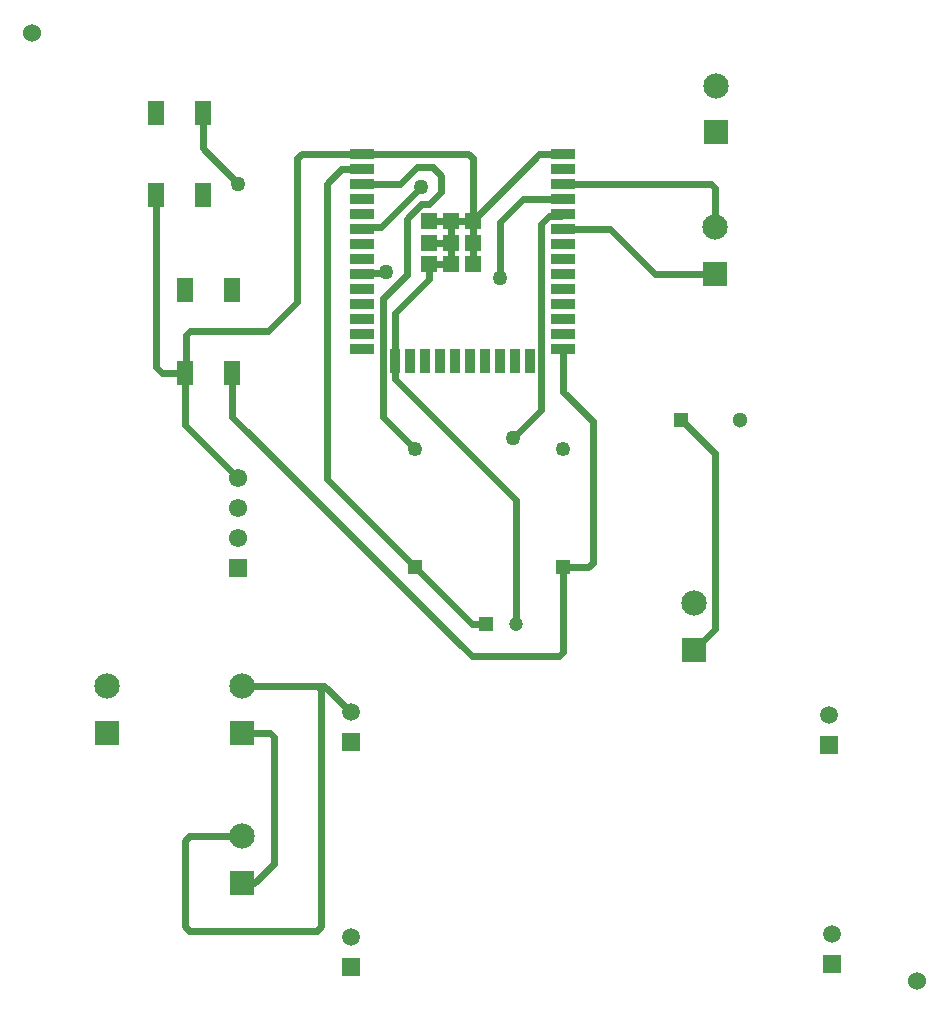
<source format=gbr>
G04*
G04 #@! TF.GenerationSoftware,Altium Limited,Altium Designer,22.4.2 (48)*
G04*
G04 Layer_Physical_Order=1*
G04 Layer_Color=255*
%FSLAX25Y25*%
%MOIN*%
G70*
G04*
G04 #@! TF.SameCoordinates,D1C75A00-648E-4898-854E-167750E82D76*
G04*
G04*
G04 #@! TF.FilePolarity,Positive*
G04*
G01*
G75*
%ADD15R,0.05512X0.07874*%
%ADD16R,0.05236X0.05236*%
%ADD17R,0.03543X0.07874*%
%ADD18R,0.07874X0.03543*%
%ADD24C,0.04921*%
%ADD25R,0.04921X0.04921*%
%ADD26C,0.04724*%
%ADD27R,0.04724X0.04724*%
%ADD28C,0.05118*%
%ADD29R,0.05118X0.05118*%
%ADD34C,0.02362*%
%ADD35R,0.08465X0.08465*%
%ADD36C,0.08465*%
%ADD37C,0.05906*%
%ADD38R,0.05906X0.05906*%
%ADD39R,0.06102X0.06102*%
%ADD40C,0.06102*%
%ADD41C,0.06000*%
%ADD42C,0.05000*%
D15*
X66929Y299213D02*
D03*
Y271654D02*
D03*
X51181Y299213D02*
D03*
Y271654D02*
D03*
X61024Y212598D02*
D03*
Y240158D02*
D03*
X76772Y212598D02*
D03*
Y240158D02*
D03*
D16*
X156831Y248681D02*
D03*
X149606D02*
D03*
X142382D02*
D03*
X156831Y255906D02*
D03*
X149606D02*
D03*
X142382D02*
D03*
X156831Y263130D02*
D03*
X149606D02*
D03*
X142382D02*
D03*
D17*
X176043Y216496D02*
D03*
X171043D02*
D03*
X166043D02*
D03*
X161043D02*
D03*
X156043D02*
D03*
X151043D02*
D03*
X146043D02*
D03*
X141043D02*
D03*
X136043D02*
D03*
X131043D02*
D03*
D18*
X187008Y285433D02*
D03*
Y280433D02*
D03*
Y275433D02*
D03*
Y270433D02*
D03*
Y265433D02*
D03*
Y260433D02*
D03*
Y255433D02*
D03*
Y250433D02*
D03*
Y245433D02*
D03*
Y240433D02*
D03*
Y235433D02*
D03*
Y230433D02*
D03*
Y225433D02*
D03*
Y220433D02*
D03*
X120079D02*
D03*
Y225433D02*
D03*
Y230433D02*
D03*
Y235433D02*
D03*
Y240433D02*
D03*
Y245433D02*
D03*
Y250433D02*
D03*
Y255433D02*
D03*
Y260433D02*
D03*
Y265433D02*
D03*
Y270433D02*
D03*
Y275433D02*
D03*
Y280433D02*
D03*
Y285433D02*
D03*
D24*
X137795Y187008D02*
D03*
X187008D02*
D03*
D25*
X137795Y147638D02*
D03*
X187008D02*
D03*
D26*
X171260Y128937D02*
D03*
D27*
X161417D02*
D03*
D28*
X246063Y196850D02*
D03*
D29*
X226378D02*
D03*
D34*
X104915Y108189D02*
X107362D01*
X116142Y99410D01*
X230709Y120157D02*
X237575Y127024D01*
X226378Y196850D02*
X237575Y185654D01*
Y127024D02*
Y185654D01*
X217618Y245374D02*
X237598D01*
X202559Y260433D02*
X217618Y245374D01*
X187008Y260433D02*
X202559D01*
X66929Y287375D02*
X78714Y275590D01*
X66929Y287375D02*
Y299213D01*
X78714Y275590D02*
X78740D01*
X127075Y237311D02*
X134843Y245079D01*
X131043Y232421D02*
X142382Y243760D01*
Y248681D01*
X166095Y244175D02*
Y262953D01*
X99809Y285433D02*
X120079D01*
X98425Y236221D02*
Y284049D01*
X108268Y275590D02*
X113110Y280433D01*
X98425Y284049D02*
X99809Y285433D01*
X113110Y280433D02*
X120079D01*
X108268Y177165D02*
Y275590D01*
X61024Y27959D02*
Y56608D01*
X77741Y40025D02*
X80118Y42401D01*
X61024Y27959D02*
X62407Y26575D01*
X104915D01*
X61024Y56608D02*
X62407Y57992D01*
X80118D01*
X90551Y48897D02*
Y91215D01*
X84055Y42401D02*
X90551Y48897D01*
X106299Y27959D02*
Y106805D01*
X104915Y26575D02*
X106299Y27959D01*
X187008Y275433D02*
X236215D01*
X237598Y274049D01*
Y260965D02*
Y274049D01*
X179496Y200166D02*
Y262173D01*
X51181Y214567D02*
Y271654D01*
Y214567D02*
X53150Y212598D01*
X61024D01*
X126181Y261024D02*
X139764Y274606D01*
X139764Y268701D02*
X142346D01*
X134843Y263779D02*
X139764Y268701D01*
X142346D02*
X146475Y272829D01*
X156831Y263130D02*
Y284075D01*
X155473Y285433D02*
X156831Y284075D01*
Y263130D02*
X179134Y285433D01*
X146475Y272829D02*
Y278075D01*
X179134Y285433D02*
X187008D01*
X143575Y280975D02*
X146475Y278075D01*
X186417Y264842D02*
X187008Y265433D01*
X179496Y262173D02*
X182165Y264842D01*
X186417D01*
X166095Y262953D02*
X173575Y270433D01*
X187008D01*
X156831Y255906D02*
Y263130D01*
X149606D02*
X156831D01*
X149606Y248681D02*
Y255906D01*
Y263130D01*
X156831Y248681D02*
Y255906D01*
X142382D02*
X149606D01*
X142382Y263130D02*
X149606D01*
X142382Y248681D02*
X149606D01*
X138317Y280975D02*
X143575D01*
X132775Y275433D02*
X138317Y280975D01*
X120079Y275433D02*
X132775D01*
X120079Y285433D02*
X155473D01*
X120079Y260433D02*
X120669Y261024D01*
X126181D01*
X134843Y245079D02*
Y263779D01*
X120394Y245748D02*
X127638D01*
X120079Y245433D02*
X120394Y245748D01*
X127638D02*
X127953Y246063D01*
X80118Y92598D02*
X89167D01*
X104915Y108189D02*
X106299Y106805D01*
X80118Y108189D02*
X104915D01*
X89167Y92598D02*
X90551Y91215D01*
X131043Y210492D02*
X171260Y170276D01*
X61024Y195197D02*
Y212598D01*
X62598Y226378D02*
X88583D01*
X61024Y212598D02*
X61215Y212789D01*
Y224994D01*
X88583Y226378D02*
X98425Y236221D01*
X61024Y195197D02*
X78740Y177480D01*
X61215Y224994D02*
X62598Y226378D01*
X76772Y197835D02*
Y212598D01*
X108268Y177165D02*
X137795Y147638D01*
X127075Y197728D02*
X137795Y187008D01*
X137795Y147638D02*
Y147638D01*
X139075Y146358D02*
X139075D01*
X137795Y147638D02*
X139075Y146358D01*
X76772Y197835D02*
X156496Y118110D01*
X139075Y146358D02*
X156496Y128937D01*
X161417D01*
X156496Y118110D02*
X185624D01*
X195467Y147638D02*
X196850Y149022D01*
X187008Y206142D02*
X196850Y196299D01*
X187008Y147638D02*
X195467D01*
X196850Y149022D02*
Y196299D01*
X171260Y128937D02*
Y170276D01*
X170276Y190945D02*
X179496Y200166D01*
X131043Y210492D02*
Y216496D01*
Y232421D01*
X127075Y197728D02*
Y237311D01*
X187008Y206142D02*
Y220433D01*
X185624Y118110D02*
X187008Y119494D01*
Y147638D01*
D35*
X237598Y245374D02*
D03*
X237992Y292697D02*
D03*
X230709Y120157D02*
D03*
X80118Y42401D02*
D03*
X34843Y92598D02*
D03*
X80118Y92598D02*
D03*
D36*
X237598Y260965D02*
D03*
X237992Y308287D02*
D03*
X230709Y135748D02*
D03*
X80118Y57992D02*
D03*
X34843Y108189D02*
D03*
X80118Y108189D02*
D03*
D37*
X275590Y98425D02*
D03*
X276575Y25591D02*
D03*
X116142Y99410D02*
D03*
Y24606D02*
D03*
D38*
X275590Y88425D02*
D03*
X276575Y15590D02*
D03*
X116142Y89410D02*
D03*
Y14606D02*
D03*
D39*
X78740Y147480D02*
D03*
D40*
Y157480D02*
D03*
Y167480D02*
D03*
Y177480D02*
D03*
D41*
X9843Y325787D02*
D03*
X305118Y9843D02*
D03*
D42*
X170276Y190945D02*
D03*
X78740Y275590D02*
D03*
X139764Y274606D02*
D03*
X127953Y246063D02*
D03*
X166095Y244175D02*
D03*
M02*

</source>
